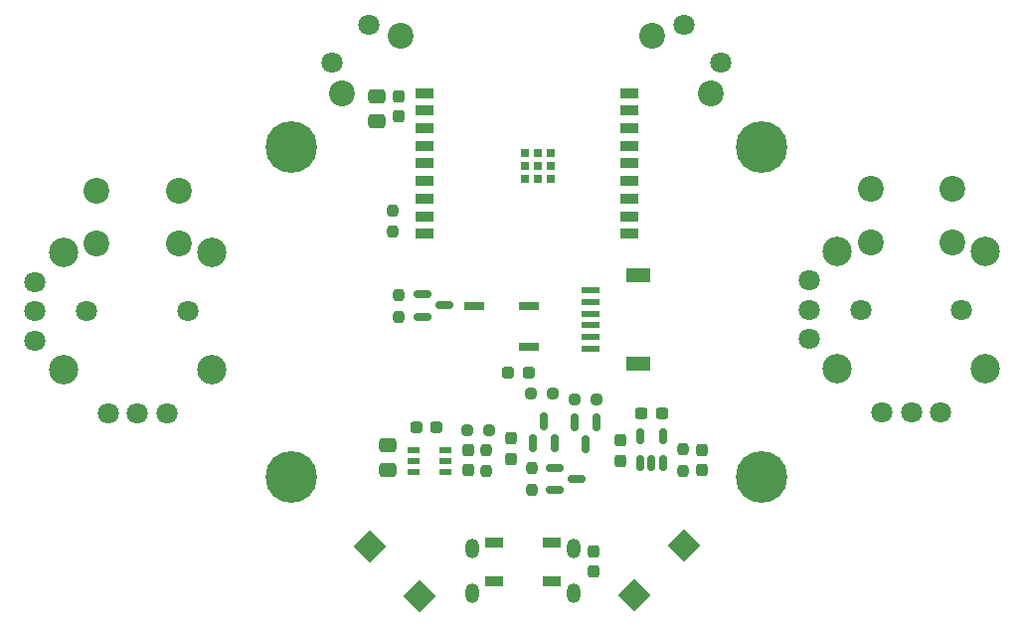
<source format=gbr>
%TF.GenerationSoftware,KiCad,Pcbnew,8.0.2*%
%TF.CreationDate,2024-07-05T22:45:24+08:00*%
%TF.ProjectId,controller,636f6e74-726f-46c6-9c65-722e6b696361,rev?*%
%TF.SameCoordinates,Original*%
%TF.FileFunction,Soldermask,Top*%
%TF.FilePolarity,Negative*%
%FSLAX46Y46*%
G04 Gerber Fmt 4.6, Leading zero omitted, Abs format (unit mm)*
G04 Created by KiCad (PCBNEW 8.0.2) date 2024-07-05 22:45:24*
%MOMM*%
%LPD*%
G01*
G04 APERTURE LIST*
G04 Aperture macros list*
%AMRoundRect*
0 Rectangle with rounded corners*
0 $1 Rounding radius*
0 $2 $3 $4 $5 $6 $7 $8 $9 X,Y pos of 4 corners*
0 Add a 4 corners polygon primitive as box body*
4,1,4,$2,$3,$4,$5,$6,$7,$8,$9,$2,$3,0*
0 Add four circle primitives for the rounded corners*
1,1,$1+$1,$2,$3*
1,1,$1+$1,$4,$5*
1,1,$1+$1,$6,$7*
1,1,$1+$1,$8,$9*
0 Add four rect primitives between the rounded corners*
20,1,$1+$1,$2,$3,$4,$5,0*
20,1,$1+$1,$4,$5,$6,$7,0*
20,1,$1+$1,$6,$7,$8,$9,0*
20,1,$1+$1,$8,$9,$2,$3,0*%
%AMRotRect*
0 Rectangle, with rotation*
0 The origin of the aperture is its center*
0 $1 length*
0 $2 width*
0 $3 Rotation angle, in degrees counterclockwise*
0 Add horizontal line*
21,1,$1,$2,0,0,$3*%
G04 Aperture macros list end*
%ADD10C,1.800000*%
%ADD11C,2.200000*%
%ADD12R,1.500000X0.900000*%
%ADD13RoundRect,0.150000X-0.587500X-0.150000X0.587500X-0.150000X0.587500X0.150000X-0.587500X0.150000X0*%
%ADD14RoundRect,0.237500X0.237500X-0.300000X0.237500X0.300000X-0.237500X0.300000X-0.237500X-0.300000X0*%
%ADD15R,2.000000X1.200000*%
%ADD16R,1.600000X0.600000*%
%ADD17RoundRect,0.150000X0.150000X-0.512500X0.150000X0.512500X-0.150000X0.512500X-0.150000X-0.512500X0*%
%ADD18C,4.400000*%
%ADD19RoundRect,0.237500X0.237500X-0.250000X0.237500X0.250000X-0.237500X0.250000X-0.237500X-0.250000X0*%
%ADD20RoundRect,0.150000X-0.150000X0.587500X-0.150000X-0.587500X0.150000X-0.587500X0.150000X0.587500X0*%
%ADD21RotRect,2.000000X2.000000X45.000000*%
%ADD22C,2.500000*%
%ADD23RoundRect,0.237500X-0.250000X-0.237500X0.250000X-0.237500X0.250000X0.237500X-0.250000X0.237500X0*%
%ADD24RoundRect,0.237500X0.237500X-0.287500X0.237500X0.287500X-0.237500X0.287500X-0.237500X-0.287500X0*%
%ADD25RoundRect,0.250000X-0.475000X0.337500X-0.475000X-0.337500X0.475000X-0.337500X0.475000X0.337500X0*%
%ADD26RoundRect,0.237500X0.287500X0.237500X-0.287500X0.237500X-0.287500X-0.237500X0.287500X-0.237500X0*%
%ADD27RoundRect,0.237500X0.250000X0.237500X-0.250000X0.237500X-0.250000X-0.237500X0.250000X-0.237500X0*%
%ADD28RotRect,2.000000X2.000000X135.000000*%
%ADD29RoundRect,0.150000X0.150000X-0.587500X0.150000X0.587500X-0.150000X0.587500X-0.150000X-0.587500X0*%
%ADD30RoundRect,0.237500X-0.287500X-0.237500X0.287500X-0.237500X0.287500X0.237500X-0.287500X0.237500X0*%
%ADD31R,0.700000X0.700000*%
%ADD32RoundRect,0.237500X-0.237500X0.300000X-0.237500X-0.300000X0.237500X-0.300000X0.237500X0.300000X0*%
%ADD33RoundRect,0.250000X0.475000X-0.337500X0.475000X0.337500X-0.475000X0.337500X-0.475000X-0.337500X0*%
%ADD34RoundRect,0.237500X-0.237500X0.250000X-0.237500X-0.250000X0.237500X-0.250000X0.237500X0.250000X0*%
%ADD35R,1.100000X0.600000*%
%ADD36RoundRect,0.237500X-0.300000X-0.237500X0.300000X-0.237500X0.300000X0.237500X-0.300000X0.237500X0*%
%ADD37R,1.700000X0.700000*%
%ADD38O,1.200000X1.700000*%
G04 APERTURE END LIST*
D10*
%TO.C,SW4*%
X136692893Y-56525126D03*
X139874874Y-59707107D03*
D11*
X138990990Y-62358757D03*
X134041243Y-57409010D03*
%TD*%
D12*
%TO.C,D3*%
X125450000Y-103950000D03*
X125450000Y-100650000D03*
X120550000Y-100650000D03*
X120550000Y-103950000D03*
%TD*%
D13*
%TO.C,Q3*%
X114420000Y-79450000D03*
X114420000Y-81350000D03*
X116295000Y-80400000D03*
%TD*%
D14*
%TO.C,C4*%
X118312500Y-94437500D03*
X118312500Y-92712500D03*
%TD*%
D15*
%TO.C,J3*%
X132800000Y-85400000D03*
X132800000Y-77800000D03*
D16*
X128800000Y-79100000D03*
X128800000Y-80100000D03*
X128800000Y-81100000D03*
X128800000Y-82100000D03*
X128800000Y-83100000D03*
X128800000Y-84100000D03*
%TD*%
D17*
%TO.C,U3*%
X133012500Y-93800000D03*
X133962500Y-93800000D03*
X134912500Y-93800000D03*
X134912500Y-91525000D03*
X133012500Y-91525000D03*
%TD*%
D18*
%TO.C,H1*%
X103300000Y-95000000D03*
%TD*%
D19*
%TO.C,R11*%
X112400000Y-81387500D03*
X112400000Y-79562500D03*
%TD*%
D20*
%TO.C,Q2*%
X129312500Y-90325000D03*
X127412500Y-90325000D03*
X128362500Y-92200000D03*
%TD*%
D14*
%TO.C,C7*%
X131262500Y-93625000D03*
X131262500Y-91900000D03*
%TD*%
D21*
%TO.C,SW1*%
X132478680Y-105121320D03*
X136721320Y-100878680D03*
%TD*%
D11*
%TO.C,SW2*%
X86700000Y-70600000D03*
X86700000Y-75100000D03*
X93700000Y-70600000D03*
X93700000Y-75100000D03*
D22*
X83855000Y-85892000D03*
X83855000Y-75892000D03*
X96505000Y-75892000D03*
X96505000Y-85892000D03*
D10*
X92681000Y-89622000D03*
X90180000Y-89622000D03*
X87681000Y-89622000D03*
X81451000Y-83392000D03*
X81451000Y-80892000D03*
X81451000Y-78392000D03*
X85881000Y-80892000D03*
X94481000Y-80892000D03*
%TD*%
D19*
%TO.C,R1*%
X136612500Y-94500000D03*
X136612500Y-92675000D03*
%TD*%
D23*
%TO.C,R10*%
X123700000Y-87925000D03*
X125525000Y-87925000D03*
%TD*%
D19*
%TO.C,R3*%
X119912500Y-94537500D03*
X119912500Y-92712500D03*
%TD*%
%TO.C,R8*%
X123750000Y-96087500D03*
X123750000Y-94262500D03*
%TD*%
D24*
%TO.C,D2*%
X122012500Y-93500000D03*
X122012500Y-91750000D03*
%TD*%
D25*
%TO.C,C2*%
X110600000Y-62625000D03*
X110600000Y-64700000D03*
%TD*%
D14*
%TO.C,C1*%
X138212500Y-94450000D03*
X138212500Y-92725000D03*
%TD*%
D18*
%TO.C,H3*%
X143300000Y-95000000D03*
%TD*%
D26*
%TO.C,D5*%
X123487500Y-86100000D03*
X121737500Y-86100000D03*
%TD*%
D18*
%TO.C,H4*%
X103300000Y-66900000D03*
%TD*%
D27*
%TO.C,R4*%
X120125000Y-91025000D03*
X118300000Y-91025000D03*
%TD*%
D28*
%TO.C,SW5*%
X114200000Y-105200000D03*
X109957360Y-100957360D03*
%TD*%
D29*
%TO.C,D4*%
X123812500Y-92150000D03*
X125712500Y-92150000D03*
X124762500Y-90275000D03*
%TD*%
D30*
%TO.C,D1*%
X113912500Y-90775000D03*
X115662500Y-90775000D03*
%TD*%
D13*
%TO.C,Q1*%
X125675000Y-94225000D03*
X125675000Y-96125000D03*
X127550000Y-95175000D03*
%TD*%
D12*
%TO.C,U4*%
X114600000Y-62300000D03*
X114600000Y-63800000D03*
X114600000Y-65300000D03*
X114600000Y-66800000D03*
X114600000Y-68300000D03*
X114600000Y-69800000D03*
X114600000Y-71300000D03*
X114600000Y-72800000D03*
X114600000Y-74300000D03*
X132100000Y-74300000D03*
X132100000Y-72800000D03*
X132100000Y-71300000D03*
X132100000Y-69800000D03*
X132100000Y-68300000D03*
X132100000Y-66800000D03*
X132100000Y-65300000D03*
X132100000Y-63800000D03*
X132100000Y-62300000D03*
D31*
X123210000Y-67400000D03*
X123210000Y-68500000D03*
X123210000Y-69600000D03*
X124260000Y-67400000D03*
X124260000Y-68500000D03*
X124260000Y-69600000D03*
X125410000Y-67400000D03*
X125410000Y-68500000D03*
X125410000Y-69600000D03*
%TD*%
D32*
%TO.C,C11*%
X129000000Y-101337500D03*
X129000000Y-103062500D03*
%TD*%
D33*
%TO.C,C5*%
X111462500Y-94412500D03*
X111462500Y-92337500D03*
%TD*%
D11*
%TO.C,SW3*%
X152600000Y-70500000D03*
X152600000Y-75000000D03*
X159600000Y-70500000D03*
X159600000Y-75000000D03*
D22*
X149755000Y-85792000D03*
X149755000Y-75792000D03*
X162405000Y-75792000D03*
X162405000Y-85792000D03*
D10*
X158581000Y-89522000D03*
X156080000Y-89522000D03*
X153581000Y-89522000D03*
X147351000Y-83292000D03*
X147351000Y-80792000D03*
X147351000Y-78292000D03*
X151781000Y-80792000D03*
X160381000Y-80792000D03*
%TD*%
D34*
%TO.C,R2*%
X111900000Y-72287500D03*
X111900000Y-74112500D03*
%TD*%
D35*
%TO.C,U1*%
X113712500Y-92725000D03*
X113712500Y-93675000D03*
X113712500Y-94625000D03*
X116412500Y-94625000D03*
X116412500Y-93675000D03*
X116412500Y-92725000D03*
%TD*%
D23*
%TO.C,R9*%
X127450000Y-88400000D03*
X129275000Y-88400000D03*
%TD*%
D18*
%TO.C,H2*%
X143300000Y-66900000D03*
%TD*%
D36*
%TO.C,C9*%
X133100000Y-89562500D03*
X134825000Y-89562500D03*
%TD*%
D37*
%TO.C,BUZZER2*%
X123500000Y-80450000D03*
X118900000Y-80450000D03*
X123500000Y-83950000D03*
%TD*%
D32*
%TO.C,C3*%
X112400000Y-62600000D03*
X112400000Y-64325000D03*
%TD*%
D38*
%TO.C,J1*%
X118680000Y-104900000D03*
X127320000Y-104900000D03*
X118680000Y-101100000D03*
X127320000Y-101100000D03*
%TD*%
D10*
%TO.C,SW7*%
X106725126Y-59707107D03*
X109907107Y-56525126D03*
D11*
X112558757Y-57409010D03*
X107609010Y-62358757D03*
%TD*%
M02*

</source>
